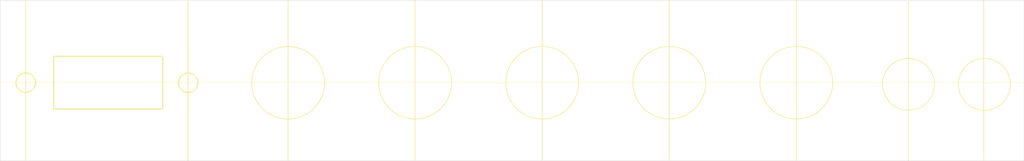
<source format=kicad_pcb>
(kicad_pcb (version 20221018) (generator pcbnew)

  (general
    (thickness 1.6)
  )

  (paper "A4")
  (layers
    (0 "F.Cu" signal)
    (31 "B.Cu" signal)
    (32 "B.Adhes" user "B.Adhesive")
    (33 "F.Adhes" user "F.Adhesive")
    (34 "B.Paste" user)
    (35 "F.Paste" user)
    (36 "B.SilkS" user "B.Silkscreen")
    (37 "F.SilkS" user "F.Silkscreen")
    (38 "B.Mask" user)
    (39 "F.Mask" user)
    (40 "Dwgs.User" user "User.Drawings")
    (41 "Cmts.User" user "User.Comments")
    (42 "Eco1.User" user "User.Eco1")
    (43 "Eco2.User" user "User.Eco2")
    (44 "Edge.Cuts" user)
    (45 "Margin" user)
    (46 "B.CrtYd" user "B.Courtyard")
    (47 "F.CrtYd" user "F.Courtyard")
    (48 "B.Fab" user)
    (49 "F.Fab" user)
    (50 "User.1" user)
    (51 "User.2" user)
    (52 "User.3" user)
    (53 "User.4" user)
    (54 "User.5" user)
    (55 "User.6" user)
    (56 "User.7" user)
    (57 "User.8" user)
    (58 "User.9" user)
  )

  (setup
    (pad_to_mask_clearance 0)
    (pcbplotparams
      (layerselection 0x00010fc_ffffffff)
      (plot_on_all_layers_selection 0x0000000_00000000)
      (disableapertmacros false)
      (usegerberextensions false)
      (usegerberattributes true)
      (usegerberadvancedattributes true)
      (creategerberjobfile true)
      (dashed_line_dash_ratio 12.000000)
      (dashed_line_gap_ratio 3.000000)
      (svgprecision 6)
      (plotframeref false)
      (viasonmask false)
      (mode 1)
      (useauxorigin false)
      (hpglpennumber 1)
      (hpglpenspeed 20)
      (hpglpendiameter 15.000000)
      (dxfpolygonmode true)
      (dxfimperialunits true)
      (dxfusepcbnewfont true)
      (psnegative false)
      (psa4output false)
      (plotreference true)
      (plotvalue true)
      (plotinvisibletext false)
      (sketchpadsonfab false)
      (subtractmaskfromsilk false)
      (outputformat 1)
      (mirror false)
      (drillshape 1)
      (scaleselection 1)
      (outputdirectory "")
    )
  )

  (net 0 "")

  (gr_line (start 115.316 89.547) (end 115.316 114.185)
    (stroke (width 0.12) (type solid)) (layer "F.SilkS") (tstamp 05b973f6-041b-42db-8d73-b77c399eb9ed))
  (gr_line (start 134.874 89.527) (end 134.874 114.165)
    (stroke (width 0.12) (type solid)) (layer "F.SilkS") (tstamp 069a6891-ae0e-4552-a6e2-6839c925ee72))
  (gr_line (start 222.396127 89.535) (end 222.396127 114.173)
    (stroke (width 0.12) (type solid)) (layer "F.SilkS") (tstamp 0e407b7a-d60f-436c-afd6-80214b14234f))
  (gr_circle (center 210.82 102.489) (end 214.82 102.489)
    (stroke (width 0.12) (type solid)) (fill none) (layer "F.SilkS") (tstamp 1fea5a9d-c6d8-4a27-b119-2e7bed2022ce))
  (gr_circle (center 222.504 102.489) (end 226.504 102.489)
    (stroke (width 0.12) (type solid)) (fill none) (layer "F.SilkS") (tstamp 21f9da87-275a-4d99-9a20-ad50b6e01c44))
  (gr_circle (center 99.93 102.259) (end 101.43 102.259)
    (stroke (width 0.2) (type solid)) (fill none) (layer "F.SilkS") (tstamp 27eaadfc-15e9-45ef-8358-622f0b370929))
  (gr_circle (center 134.874 102.235) (end 140.474 102.235)
    (stroke (width 0.12) (type solid)) (fill none) (layer "F.SilkS") (tstamp 487720f0-9f0b-4efe-ba79-c001342a2117))
  (gr_circle (center 154.432 102.235) (end 160.032 102.235)
    (stroke (width 0.12) (type solid)) (fill none) (layer "F.SilkS") (tstamp 4d68f0d4-a2da-48be-af63-ed61c2f30468))
  (gr_circle (center 115.316 102.247) (end 120.916 102.247)
    (stroke (width 0.12) (type solid)) (fill none) (layer "F.SilkS") (tstamp 60e89512-903b-4ed5-b6fb-d7a4cfdfbf32))
  (gr_circle (center 173.99 102.235) (end 179.59 102.235)
    (stroke (width 0.12) (type solid)) (fill none) (layer "F.SilkS") (tstamp 75c3ff6e-5145-4121-83ca-bce49e0b9de6))
  (gr_line (start 74.93 89.535) (end 74.93 114.173)
    (stroke (width 0.12) (type solid)) (layer "F.SilkS") (tstamp 77832dc8-9645-466f-b87a-d278af1db5f3))
  (gr_line (start 210.82 89.681127) (end 210.82 114.319127)
    (stroke (width 0.12) (type solid)) (layer "F.SilkS") (tstamp 7e85dbbd-7d10-4a6c-b25c-17345964fe54))
  (gr_rect (start 79.248 98.171) (end 96.012 106.299)
    (stroke (width 0.2) (type solid)) (fill none) (layer "F.SilkS") (tstamp 83044e80-1e21-4ffe-ae96-77afcb92b07a))
  (gr_circle (center 74.93 102.235) (end 76.43 102.235)
    (stroke (width 0.2) (type solid)) (fill none) (layer "F.SilkS") (tstamp 89b49c54-7af4-4de3-bd33-efcb8c1b199c))
  (gr_line (start 99.9236 89.662) (end 99.9236 114.3)
    (stroke (width 0.12) (type solid)) (layer "F.SilkS") (tstamp 8aa82598-3fdd-4dce-ba60-ffff03d8ccdc))
  (gr_line (start 154.432 89.539) (end 154.432 114.177)
    (stroke (width 0.12) (type solid)) (layer "F.SilkS") (tstamp 911ce8dd-5008-488a-94ba-41ae263be7b7))
  (gr_line (start 193.548 89.547) (end 193.548 114.185)
    (stroke (width 0.12) (type solid)) (layer "F.SilkS") (tstamp b93bd0e8-3d6e-4a03-83c8-c34ea2d6019e))
  (gr_line (start 71.12 102.235) (end 228.6 102.235)
    (stroke (width 0.05) (type solid)) (layer "F.SilkS") (tstamp dbde1733-803e-4516-be34-647ee6790a4c))
  (gr_line (start 173.99 89.539) (end 173.99 114.177)
    (stroke (width 0.12) (type solid)) (layer "F.SilkS") (tstamp de14e35b-daae-44a6-9be0-689f0ce65fd0))
  (gr_circle (center 193.548 102.235) (end 199.148 102.235)
    (stroke (width 0.12) (type solid)) (fill none) (layer "F.SilkS") (tstamp fd7937ef-1ee0-4df0-8187-aedb6bfa1ab1))
  (gr_circle (center 112.649 107.073) (end 112.649 107.073)
    (stroke (width 0.12) (type solid)) (fill none) (layer "F.SilkS") (tstamp fe7ba93f-7ea5-46de-b8ce-cf39d6662f98))
  (gr_rect (start 70.993 89.535) (end 228.6 114.3)
    (stroke (width 0.05) (type solid)) (fill none) (layer "Edge.Cuts") (tstamp cd8e8ed6-29f5-4990-90dc-c16fb0edacef))

)

</source>
